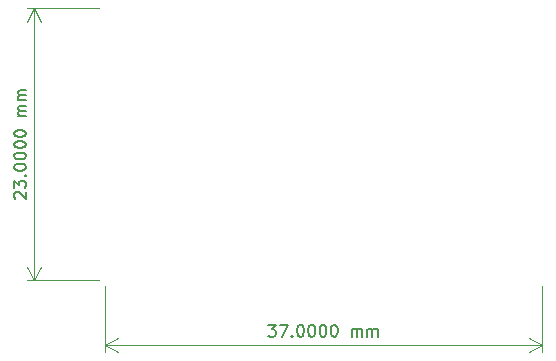
<source format=gbr>
%TF.GenerationSoftware,KiCad,Pcbnew,8.0.2*%
%TF.CreationDate,2024-05-18T21:01:54+12:00*%
%TF.ProjectId,yuzu-pcb,79757a75-2d70-4636-922e-6b696361645f,rev?*%
%TF.SameCoordinates,Original*%
%TF.FileFunction,Other,Comment*%
%FSLAX46Y46*%
G04 Gerber Fmt 4.6, Leading zero omitted, Abs format (unit mm)*
G04 Created by KiCad (PCBNEW 8.0.2) date 2024-05-18 21:01:54*
%MOMM*%
%LPD*%
G01*
G04 APERTURE LIST*
%ADD10C,0.150000*%
%ADD11C,0.100000*%
%ADD12C,0.050000*%
G04 APERTURE END LIST*
D10*
X113833334Y-126804819D02*
X114452381Y-126804819D01*
X114452381Y-126804819D02*
X114119048Y-127185771D01*
X114119048Y-127185771D02*
X114261905Y-127185771D01*
X114261905Y-127185771D02*
X114357143Y-127233390D01*
X114357143Y-127233390D02*
X114404762Y-127281009D01*
X114404762Y-127281009D02*
X114452381Y-127376247D01*
X114452381Y-127376247D02*
X114452381Y-127614342D01*
X114452381Y-127614342D02*
X114404762Y-127709580D01*
X114404762Y-127709580D02*
X114357143Y-127757200D01*
X114357143Y-127757200D02*
X114261905Y-127804819D01*
X114261905Y-127804819D02*
X113976191Y-127804819D01*
X113976191Y-127804819D02*
X113880953Y-127757200D01*
X113880953Y-127757200D02*
X113833334Y-127709580D01*
X114785715Y-126804819D02*
X115452381Y-126804819D01*
X115452381Y-126804819D02*
X115023810Y-127804819D01*
X115833334Y-127709580D02*
X115880953Y-127757200D01*
X115880953Y-127757200D02*
X115833334Y-127804819D01*
X115833334Y-127804819D02*
X115785715Y-127757200D01*
X115785715Y-127757200D02*
X115833334Y-127709580D01*
X115833334Y-127709580D02*
X115833334Y-127804819D01*
X116500000Y-126804819D02*
X116595238Y-126804819D01*
X116595238Y-126804819D02*
X116690476Y-126852438D01*
X116690476Y-126852438D02*
X116738095Y-126900057D01*
X116738095Y-126900057D02*
X116785714Y-126995295D01*
X116785714Y-126995295D02*
X116833333Y-127185771D01*
X116833333Y-127185771D02*
X116833333Y-127423866D01*
X116833333Y-127423866D02*
X116785714Y-127614342D01*
X116785714Y-127614342D02*
X116738095Y-127709580D01*
X116738095Y-127709580D02*
X116690476Y-127757200D01*
X116690476Y-127757200D02*
X116595238Y-127804819D01*
X116595238Y-127804819D02*
X116500000Y-127804819D01*
X116500000Y-127804819D02*
X116404762Y-127757200D01*
X116404762Y-127757200D02*
X116357143Y-127709580D01*
X116357143Y-127709580D02*
X116309524Y-127614342D01*
X116309524Y-127614342D02*
X116261905Y-127423866D01*
X116261905Y-127423866D02*
X116261905Y-127185771D01*
X116261905Y-127185771D02*
X116309524Y-126995295D01*
X116309524Y-126995295D02*
X116357143Y-126900057D01*
X116357143Y-126900057D02*
X116404762Y-126852438D01*
X116404762Y-126852438D02*
X116500000Y-126804819D01*
X117452381Y-126804819D02*
X117547619Y-126804819D01*
X117547619Y-126804819D02*
X117642857Y-126852438D01*
X117642857Y-126852438D02*
X117690476Y-126900057D01*
X117690476Y-126900057D02*
X117738095Y-126995295D01*
X117738095Y-126995295D02*
X117785714Y-127185771D01*
X117785714Y-127185771D02*
X117785714Y-127423866D01*
X117785714Y-127423866D02*
X117738095Y-127614342D01*
X117738095Y-127614342D02*
X117690476Y-127709580D01*
X117690476Y-127709580D02*
X117642857Y-127757200D01*
X117642857Y-127757200D02*
X117547619Y-127804819D01*
X117547619Y-127804819D02*
X117452381Y-127804819D01*
X117452381Y-127804819D02*
X117357143Y-127757200D01*
X117357143Y-127757200D02*
X117309524Y-127709580D01*
X117309524Y-127709580D02*
X117261905Y-127614342D01*
X117261905Y-127614342D02*
X117214286Y-127423866D01*
X117214286Y-127423866D02*
X117214286Y-127185771D01*
X117214286Y-127185771D02*
X117261905Y-126995295D01*
X117261905Y-126995295D02*
X117309524Y-126900057D01*
X117309524Y-126900057D02*
X117357143Y-126852438D01*
X117357143Y-126852438D02*
X117452381Y-126804819D01*
X118404762Y-126804819D02*
X118500000Y-126804819D01*
X118500000Y-126804819D02*
X118595238Y-126852438D01*
X118595238Y-126852438D02*
X118642857Y-126900057D01*
X118642857Y-126900057D02*
X118690476Y-126995295D01*
X118690476Y-126995295D02*
X118738095Y-127185771D01*
X118738095Y-127185771D02*
X118738095Y-127423866D01*
X118738095Y-127423866D02*
X118690476Y-127614342D01*
X118690476Y-127614342D02*
X118642857Y-127709580D01*
X118642857Y-127709580D02*
X118595238Y-127757200D01*
X118595238Y-127757200D02*
X118500000Y-127804819D01*
X118500000Y-127804819D02*
X118404762Y-127804819D01*
X118404762Y-127804819D02*
X118309524Y-127757200D01*
X118309524Y-127757200D02*
X118261905Y-127709580D01*
X118261905Y-127709580D02*
X118214286Y-127614342D01*
X118214286Y-127614342D02*
X118166667Y-127423866D01*
X118166667Y-127423866D02*
X118166667Y-127185771D01*
X118166667Y-127185771D02*
X118214286Y-126995295D01*
X118214286Y-126995295D02*
X118261905Y-126900057D01*
X118261905Y-126900057D02*
X118309524Y-126852438D01*
X118309524Y-126852438D02*
X118404762Y-126804819D01*
X119357143Y-126804819D02*
X119452381Y-126804819D01*
X119452381Y-126804819D02*
X119547619Y-126852438D01*
X119547619Y-126852438D02*
X119595238Y-126900057D01*
X119595238Y-126900057D02*
X119642857Y-126995295D01*
X119642857Y-126995295D02*
X119690476Y-127185771D01*
X119690476Y-127185771D02*
X119690476Y-127423866D01*
X119690476Y-127423866D02*
X119642857Y-127614342D01*
X119642857Y-127614342D02*
X119595238Y-127709580D01*
X119595238Y-127709580D02*
X119547619Y-127757200D01*
X119547619Y-127757200D02*
X119452381Y-127804819D01*
X119452381Y-127804819D02*
X119357143Y-127804819D01*
X119357143Y-127804819D02*
X119261905Y-127757200D01*
X119261905Y-127757200D02*
X119214286Y-127709580D01*
X119214286Y-127709580D02*
X119166667Y-127614342D01*
X119166667Y-127614342D02*
X119119048Y-127423866D01*
X119119048Y-127423866D02*
X119119048Y-127185771D01*
X119119048Y-127185771D02*
X119166667Y-126995295D01*
X119166667Y-126995295D02*
X119214286Y-126900057D01*
X119214286Y-126900057D02*
X119261905Y-126852438D01*
X119261905Y-126852438D02*
X119357143Y-126804819D01*
X120880953Y-127804819D02*
X120880953Y-127138152D01*
X120880953Y-127233390D02*
X120928572Y-127185771D01*
X120928572Y-127185771D02*
X121023810Y-127138152D01*
X121023810Y-127138152D02*
X121166667Y-127138152D01*
X121166667Y-127138152D02*
X121261905Y-127185771D01*
X121261905Y-127185771D02*
X121309524Y-127281009D01*
X121309524Y-127281009D02*
X121309524Y-127804819D01*
X121309524Y-127281009D02*
X121357143Y-127185771D01*
X121357143Y-127185771D02*
X121452381Y-127138152D01*
X121452381Y-127138152D02*
X121595238Y-127138152D01*
X121595238Y-127138152D02*
X121690477Y-127185771D01*
X121690477Y-127185771D02*
X121738096Y-127281009D01*
X121738096Y-127281009D02*
X121738096Y-127804819D01*
X122214286Y-127804819D02*
X122214286Y-127138152D01*
X122214286Y-127233390D02*
X122261905Y-127185771D01*
X122261905Y-127185771D02*
X122357143Y-127138152D01*
X122357143Y-127138152D02*
X122500000Y-127138152D01*
X122500000Y-127138152D02*
X122595238Y-127185771D01*
X122595238Y-127185771D02*
X122642857Y-127281009D01*
X122642857Y-127281009D02*
X122642857Y-127804819D01*
X122642857Y-127281009D02*
X122690476Y-127185771D01*
X122690476Y-127185771D02*
X122785714Y-127138152D01*
X122785714Y-127138152D02*
X122928571Y-127138152D01*
X122928571Y-127138152D02*
X123023810Y-127185771D01*
X123023810Y-127185771D02*
X123071429Y-127281009D01*
X123071429Y-127281009D02*
X123071429Y-127804819D01*
D11*
X100000000Y-123500000D02*
X100000000Y-129086420D01*
X137000000Y-123500000D02*
X137000000Y-129086420D01*
X100000000Y-128500000D02*
X137000000Y-128500000D01*
X100000000Y-128500000D02*
X137000000Y-128500000D01*
X100000000Y-128500000D02*
X101126504Y-127913579D01*
X100000000Y-128500000D02*
X101126504Y-129086421D01*
X137000000Y-128500000D02*
X135873496Y-129086421D01*
X137000000Y-128500000D02*
X135873496Y-127913579D01*
D10*
X92400057Y-116119046D02*
X92352438Y-116071427D01*
X92352438Y-116071427D02*
X92304819Y-115976189D01*
X92304819Y-115976189D02*
X92304819Y-115738094D01*
X92304819Y-115738094D02*
X92352438Y-115642856D01*
X92352438Y-115642856D02*
X92400057Y-115595237D01*
X92400057Y-115595237D02*
X92495295Y-115547618D01*
X92495295Y-115547618D02*
X92590533Y-115547618D01*
X92590533Y-115547618D02*
X92733390Y-115595237D01*
X92733390Y-115595237D02*
X93304819Y-116166665D01*
X93304819Y-116166665D02*
X93304819Y-115547618D01*
X92304819Y-115214284D02*
X92304819Y-114595237D01*
X92304819Y-114595237D02*
X92685771Y-114928570D01*
X92685771Y-114928570D02*
X92685771Y-114785713D01*
X92685771Y-114785713D02*
X92733390Y-114690475D01*
X92733390Y-114690475D02*
X92781009Y-114642856D01*
X92781009Y-114642856D02*
X92876247Y-114595237D01*
X92876247Y-114595237D02*
X93114342Y-114595237D01*
X93114342Y-114595237D02*
X93209580Y-114642856D01*
X93209580Y-114642856D02*
X93257200Y-114690475D01*
X93257200Y-114690475D02*
X93304819Y-114785713D01*
X93304819Y-114785713D02*
X93304819Y-115071427D01*
X93304819Y-115071427D02*
X93257200Y-115166665D01*
X93257200Y-115166665D02*
X93209580Y-115214284D01*
X93209580Y-114166665D02*
X93257200Y-114119046D01*
X93257200Y-114119046D02*
X93304819Y-114166665D01*
X93304819Y-114166665D02*
X93257200Y-114214284D01*
X93257200Y-114214284D02*
X93209580Y-114166665D01*
X93209580Y-114166665D02*
X93304819Y-114166665D01*
X92304819Y-113499999D02*
X92304819Y-113404761D01*
X92304819Y-113404761D02*
X92352438Y-113309523D01*
X92352438Y-113309523D02*
X92400057Y-113261904D01*
X92400057Y-113261904D02*
X92495295Y-113214285D01*
X92495295Y-113214285D02*
X92685771Y-113166666D01*
X92685771Y-113166666D02*
X92923866Y-113166666D01*
X92923866Y-113166666D02*
X93114342Y-113214285D01*
X93114342Y-113214285D02*
X93209580Y-113261904D01*
X93209580Y-113261904D02*
X93257200Y-113309523D01*
X93257200Y-113309523D02*
X93304819Y-113404761D01*
X93304819Y-113404761D02*
X93304819Y-113499999D01*
X93304819Y-113499999D02*
X93257200Y-113595237D01*
X93257200Y-113595237D02*
X93209580Y-113642856D01*
X93209580Y-113642856D02*
X93114342Y-113690475D01*
X93114342Y-113690475D02*
X92923866Y-113738094D01*
X92923866Y-113738094D02*
X92685771Y-113738094D01*
X92685771Y-113738094D02*
X92495295Y-113690475D01*
X92495295Y-113690475D02*
X92400057Y-113642856D01*
X92400057Y-113642856D02*
X92352438Y-113595237D01*
X92352438Y-113595237D02*
X92304819Y-113499999D01*
X92304819Y-112547618D02*
X92304819Y-112452380D01*
X92304819Y-112452380D02*
X92352438Y-112357142D01*
X92352438Y-112357142D02*
X92400057Y-112309523D01*
X92400057Y-112309523D02*
X92495295Y-112261904D01*
X92495295Y-112261904D02*
X92685771Y-112214285D01*
X92685771Y-112214285D02*
X92923866Y-112214285D01*
X92923866Y-112214285D02*
X93114342Y-112261904D01*
X93114342Y-112261904D02*
X93209580Y-112309523D01*
X93209580Y-112309523D02*
X93257200Y-112357142D01*
X93257200Y-112357142D02*
X93304819Y-112452380D01*
X93304819Y-112452380D02*
X93304819Y-112547618D01*
X93304819Y-112547618D02*
X93257200Y-112642856D01*
X93257200Y-112642856D02*
X93209580Y-112690475D01*
X93209580Y-112690475D02*
X93114342Y-112738094D01*
X93114342Y-112738094D02*
X92923866Y-112785713D01*
X92923866Y-112785713D02*
X92685771Y-112785713D01*
X92685771Y-112785713D02*
X92495295Y-112738094D01*
X92495295Y-112738094D02*
X92400057Y-112690475D01*
X92400057Y-112690475D02*
X92352438Y-112642856D01*
X92352438Y-112642856D02*
X92304819Y-112547618D01*
X92304819Y-111595237D02*
X92304819Y-111499999D01*
X92304819Y-111499999D02*
X92352438Y-111404761D01*
X92352438Y-111404761D02*
X92400057Y-111357142D01*
X92400057Y-111357142D02*
X92495295Y-111309523D01*
X92495295Y-111309523D02*
X92685771Y-111261904D01*
X92685771Y-111261904D02*
X92923866Y-111261904D01*
X92923866Y-111261904D02*
X93114342Y-111309523D01*
X93114342Y-111309523D02*
X93209580Y-111357142D01*
X93209580Y-111357142D02*
X93257200Y-111404761D01*
X93257200Y-111404761D02*
X93304819Y-111499999D01*
X93304819Y-111499999D02*
X93304819Y-111595237D01*
X93304819Y-111595237D02*
X93257200Y-111690475D01*
X93257200Y-111690475D02*
X93209580Y-111738094D01*
X93209580Y-111738094D02*
X93114342Y-111785713D01*
X93114342Y-111785713D02*
X92923866Y-111833332D01*
X92923866Y-111833332D02*
X92685771Y-111833332D01*
X92685771Y-111833332D02*
X92495295Y-111785713D01*
X92495295Y-111785713D02*
X92400057Y-111738094D01*
X92400057Y-111738094D02*
X92352438Y-111690475D01*
X92352438Y-111690475D02*
X92304819Y-111595237D01*
X92304819Y-110642856D02*
X92304819Y-110547618D01*
X92304819Y-110547618D02*
X92352438Y-110452380D01*
X92352438Y-110452380D02*
X92400057Y-110404761D01*
X92400057Y-110404761D02*
X92495295Y-110357142D01*
X92495295Y-110357142D02*
X92685771Y-110309523D01*
X92685771Y-110309523D02*
X92923866Y-110309523D01*
X92923866Y-110309523D02*
X93114342Y-110357142D01*
X93114342Y-110357142D02*
X93209580Y-110404761D01*
X93209580Y-110404761D02*
X93257200Y-110452380D01*
X93257200Y-110452380D02*
X93304819Y-110547618D01*
X93304819Y-110547618D02*
X93304819Y-110642856D01*
X93304819Y-110642856D02*
X93257200Y-110738094D01*
X93257200Y-110738094D02*
X93209580Y-110785713D01*
X93209580Y-110785713D02*
X93114342Y-110833332D01*
X93114342Y-110833332D02*
X92923866Y-110880951D01*
X92923866Y-110880951D02*
X92685771Y-110880951D01*
X92685771Y-110880951D02*
X92495295Y-110833332D01*
X92495295Y-110833332D02*
X92400057Y-110785713D01*
X92400057Y-110785713D02*
X92352438Y-110738094D01*
X92352438Y-110738094D02*
X92304819Y-110642856D01*
X93304819Y-109119046D02*
X92638152Y-109119046D01*
X92733390Y-109119046D02*
X92685771Y-109071427D01*
X92685771Y-109071427D02*
X92638152Y-108976189D01*
X92638152Y-108976189D02*
X92638152Y-108833332D01*
X92638152Y-108833332D02*
X92685771Y-108738094D01*
X92685771Y-108738094D02*
X92781009Y-108690475D01*
X92781009Y-108690475D02*
X93304819Y-108690475D01*
X92781009Y-108690475D02*
X92685771Y-108642856D01*
X92685771Y-108642856D02*
X92638152Y-108547618D01*
X92638152Y-108547618D02*
X92638152Y-108404761D01*
X92638152Y-108404761D02*
X92685771Y-108309522D01*
X92685771Y-108309522D02*
X92781009Y-108261903D01*
X92781009Y-108261903D02*
X93304819Y-108261903D01*
X93304819Y-107785713D02*
X92638152Y-107785713D01*
X92733390Y-107785713D02*
X92685771Y-107738094D01*
X92685771Y-107738094D02*
X92638152Y-107642856D01*
X92638152Y-107642856D02*
X92638152Y-107499999D01*
X92638152Y-107499999D02*
X92685771Y-107404761D01*
X92685771Y-107404761D02*
X92781009Y-107357142D01*
X92781009Y-107357142D02*
X93304819Y-107357142D01*
X92781009Y-107357142D02*
X92685771Y-107309523D01*
X92685771Y-107309523D02*
X92638152Y-107214285D01*
X92638152Y-107214285D02*
X92638152Y-107071428D01*
X92638152Y-107071428D02*
X92685771Y-106976189D01*
X92685771Y-106976189D02*
X92781009Y-106928570D01*
X92781009Y-106928570D02*
X93304819Y-106928570D01*
D12*
X99500000Y-100000000D02*
X93413580Y-100000000D01*
X99500000Y-123000000D02*
X93413580Y-123000000D01*
X94000000Y-100000000D02*
X94000000Y-123000000D01*
X94000000Y-100000000D02*
X94000000Y-123000000D01*
X94000000Y-100000000D02*
X94586421Y-101126504D01*
X94000000Y-100000000D02*
X93413579Y-101126504D01*
X94000000Y-123000000D02*
X93413579Y-121873496D01*
X94000000Y-123000000D02*
X94586421Y-121873496D01*
M02*

</source>
